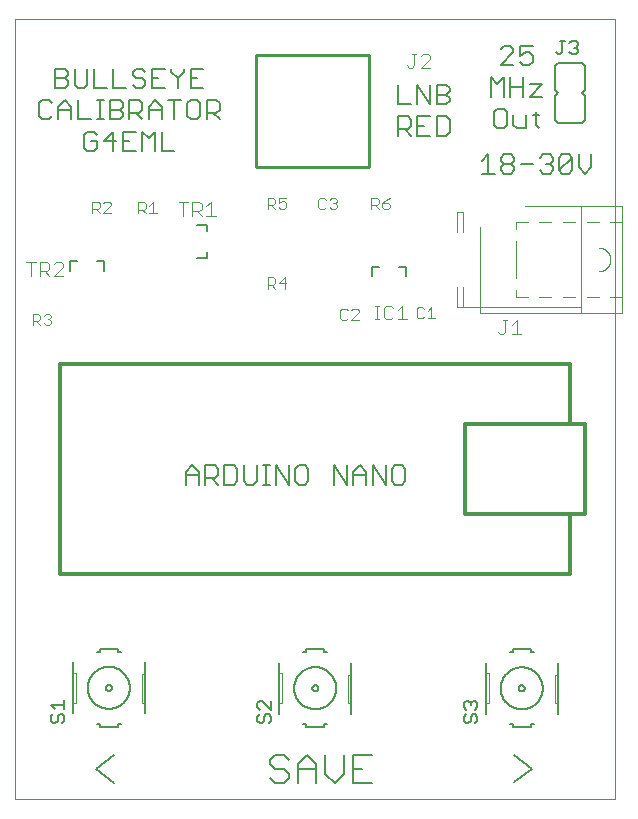
<source format=gto>
G75*
%MOIN*%
%OFA0B0*%
%FSLAX25Y25*%
%IPPOS*%
%LPD*%
%AMOC8*
5,1,8,0,0,1.08239X$1,22.5*
%
%ADD10C,0.01200*%
%ADD11C,0.01000*%
%ADD12C,0.00400*%
%ADD13C,0.00000*%
%ADD14C,0.00800*%
%ADD15C,0.00600*%
%ADD16C,0.00200*%
%ADD17C,0.00500*%
%ADD18C,0.00394*%
%ADD19C,0.00300*%
D10*
X0016085Y0076051D02*
X0016085Y0146051D01*
X0186085Y0146051D01*
X0186085Y0126051D01*
X0191085Y0126051D01*
X0191085Y0096051D01*
X0186085Y0096051D01*
X0186085Y0076051D01*
X0016085Y0076051D01*
X0151085Y0096051D02*
X0151085Y0126051D01*
X0186085Y0126051D01*
X0186085Y0096051D02*
X0151085Y0096051D01*
D11*
X0118795Y0211709D02*
X0081394Y0211709D01*
X0081394Y0249110D01*
X0118795Y0249110D01*
X0118795Y0211709D01*
D12*
X0132414Y0244903D02*
X0133181Y0244903D01*
X0133949Y0245671D01*
X0133949Y0249507D01*
X0134716Y0249507D02*
X0133181Y0249507D01*
X0136250Y0248740D02*
X0137018Y0249507D01*
X0138552Y0249507D01*
X0139320Y0248740D01*
X0139320Y0247973D01*
X0136250Y0244903D01*
X0139320Y0244903D01*
X0132414Y0244903D02*
X0131647Y0245671D01*
X0130004Y0165631D02*
X0130004Y0161027D01*
X0131538Y0161027D02*
X0128469Y0161027D01*
X0126934Y0161794D02*
X0126167Y0161027D01*
X0124632Y0161027D01*
X0123865Y0161794D01*
X0123865Y0164864D01*
X0124632Y0165631D01*
X0126167Y0165631D01*
X0126934Y0164864D01*
X0128469Y0164096D02*
X0130004Y0165631D01*
X0122330Y0165631D02*
X0120796Y0165631D01*
X0121563Y0165631D02*
X0121563Y0161027D01*
X0120796Y0161027D02*
X0122330Y0161027D01*
X0161992Y0156967D02*
X0162759Y0156200D01*
X0163527Y0156200D01*
X0164294Y0156967D01*
X0164294Y0160804D01*
X0163527Y0160804D02*
X0165061Y0160804D01*
X0166596Y0159269D02*
X0168131Y0160804D01*
X0168131Y0156200D01*
X0169665Y0156200D02*
X0166596Y0156200D01*
X0067770Y0195608D02*
X0064700Y0195608D01*
X0063166Y0195608D02*
X0061631Y0197142D01*
X0062398Y0197142D02*
X0060096Y0197142D01*
X0060096Y0195608D02*
X0060096Y0200212D01*
X0062398Y0200212D01*
X0063166Y0199444D01*
X0063166Y0197910D01*
X0062398Y0197142D01*
X0064700Y0198677D02*
X0066235Y0200212D01*
X0066235Y0195608D01*
X0058562Y0200212D02*
X0055492Y0200212D01*
X0057027Y0200212D02*
X0057027Y0195608D01*
X0016978Y0179384D02*
X0016211Y0180152D01*
X0014676Y0180152D01*
X0013909Y0179384D01*
X0012374Y0179384D02*
X0012374Y0177850D01*
X0011607Y0177082D01*
X0009305Y0177082D01*
X0009305Y0175548D02*
X0009305Y0180152D01*
X0011607Y0180152D01*
X0012374Y0179384D01*
X0010840Y0177082D02*
X0012374Y0175548D01*
X0013909Y0175548D02*
X0016978Y0178617D01*
X0016978Y0179384D01*
X0016978Y0175548D02*
X0013909Y0175548D01*
X0007770Y0180152D02*
X0004701Y0180152D01*
X0006236Y0180152D02*
X0006236Y0175548D01*
D13*
X0001000Y0001000D02*
X0201000Y0001000D01*
X0201000Y0261000D01*
X0001000Y0261000D01*
X0001000Y0001000D01*
D14*
X0027768Y0011130D02*
X0033906Y0006526D01*
X0027768Y0011130D02*
X0033906Y0015734D01*
X0086018Y0014233D02*
X0086018Y0012698D01*
X0087552Y0011163D01*
X0090622Y0011163D01*
X0092156Y0009629D01*
X0092156Y0008094D01*
X0090622Y0006559D01*
X0087552Y0006559D01*
X0086018Y0008094D01*
X0086018Y0014233D02*
X0087552Y0015767D01*
X0090622Y0015767D01*
X0092156Y0014233D01*
X0095225Y0012698D02*
X0098295Y0015767D01*
X0101364Y0012698D01*
X0101364Y0006559D01*
X0104433Y0009629D02*
X0107503Y0006559D01*
X0110572Y0009629D01*
X0110572Y0015767D01*
X0113641Y0015767D02*
X0113641Y0006559D01*
X0119780Y0006559D01*
X0116710Y0011163D02*
X0113641Y0011163D01*
X0113641Y0015767D02*
X0119780Y0015767D01*
X0104433Y0015767D02*
X0104433Y0009629D01*
X0101364Y0011163D02*
X0095225Y0011163D01*
X0095225Y0012698D02*
X0095225Y0006559D01*
X0167266Y0006707D02*
X0173404Y0011311D01*
X0167266Y0015915D01*
D15*
X0166840Y0025100D02*
X0172840Y0025100D01*
X0172840Y0026100D01*
X0173840Y0026100D01*
X0166840Y0026100D02*
X0165840Y0026100D01*
X0166840Y0026100D02*
X0166840Y0025100D01*
X0157840Y0029600D02*
X0157840Y0033100D01*
X0157840Y0043100D01*
X0157840Y0046600D01*
X0165840Y0050100D02*
X0166840Y0050100D01*
X0166840Y0051100D01*
X0172840Y0051100D01*
X0172840Y0050100D01*
X0173840Y0050100D01*
X0181840Y0046600D02*
X0181840Y0042600D01*
X0181840Y0033100D01*
X0181840Y0029600D01*
X0168840Y0038100D02*
X0168842Y0038163D01*
X0168848Y0038225D01*
X0168858Y0038287D01*
X0168871Y0038349D01*
X0168889Y0038409D01*
X0168910Y0038468D01*
X0168935Y0038526D01*
X0168964Y0038582D01*
X0168996Y0038636D01*
X0169031Y0038688D01*
X0169069Y0038737D01*
X0169111Y0038785D01*
X0169155Y0038829D01*
X0169203Y0038871D01*
X0169252Y0038909D01*
X0169304Y0038944D01*
X0169358Y0038976D01*
X0169414Y0039005D01*
X0169472Y0039030D01*
X0169531Y0039051D01*
X0169591Y0039069D01*
X0169653Y0039082D01*
X0169715Y0039092D01*
X0169777Y0039098D01*
X0169840Y0039100D01*
X0169903Y0039098D01*
X0169965Y0039092D01*
X0170027Y0039082D01*
X0170089Y0039069D01*
X0170149Y0039051D01*
X0170208Y0039030D01*
X0170266Y0039005D01*
X0170322Y0038976D01*
X0170376Y0038944D01*
X0170428Y0038909D01*
X0170477Y0038871D01*
X0170525Y0038829D01*
X0170569Y0038785D01*
X0170611Y0038737D01*
X0170649Y0038688D01*
X0170684Y0038636D01*
X0170716Y0038582D01*
X0170745Y0038526D01*
X0170770Y0038468D01*
X0170791Y0038409D01*
X0170809Y0038349D01*
X0170822Y0038287D01*
X0170832Y0038225D01*
X0170838Y0038163D01*
X0170840Y0038100D01*
X0170838Y0038037D01*
X0170832Y0037975D01*
X0170822Y0037913D01*
X0170809Y0037851D01*
X0170791Y0037791D01*
X0170770Y0037732D01*
X0170745Y0037674D01*
X0170716Y0037618D01*
X0170684Y0037564D01*
X0170649Y0037512D01*
X0170611Y0037463D01*
X0170569Y0037415D01*
X0170525Y0037371D01*
X0170477Y0037329D01*
X0170428Y0037291D01*
X0170376Y0037256D01*
X0170322Y0037224D01*
X0170266Y0037195D01*
X0170208Y0037170D01*
X0170149Y0037149D01*
X0170089Y0037131D01*
X0170027Y0037118D01*
X0169965Y0037108D01*
X0169903Y0037102D01*
X0169840Y0037100D01*
X0169777Y0037102D01*
X0169715Y0037108D01*
X0169653Y0037118D01*
X0169591Y0037131D01*
X0169531Y0037149D01*
X0169472Y0037170D01*
X0169414Y0037195D01*
X0169358Y0037224D01*
X0169304Y0037256D01*
X0169252Y0037291D01*
X0169203Y0037329D01*
X0169155Y0037371D01*
X0169111Y0037415D01*
X0169069Y0037463D01*
X0169031Y0037512D01*
X0168996Y0037564D01*
X0168964Y0037618D01*
X0168935Y0037674D01*
X0168910Y0037732D01*
X0168889Y0037791D01*
X0168871Y0037851D01*
X0168858Y0037913D01*
X0168848Y0037975D01*
X0168842Y0038037D01*
X0168840Y0038100D01*
X0162840Y0038100D02*
X0162842Y0038272D01*
X0162848Y0038443D01*
X0162859Y0038615D01*
X0162874Y0038786D01*
X0162893Y0038957D01*
X0162916Y0039127D01*
X0162943Y0039297D01*
X0162975Y0039466D01*
X0163010Y0039634D01*
X0163050Y0039801D01*
X0163094Y0039967D01*
X0163141Y0040132D01*
X0163193Y0040296D01*
X0163249Y0040458D01*
X0163309Y0040619D01*
X0163373Y0040779D01*
X0163441Y0040937D01*
X0163512Y0041093D01*
X0163587Y0041247D01*
X0163667Y0041400D01*
X0163749Y0041550D01*
X0163836Y0041699D01*
X0163926Y0041845D01*
X0164020Y0041989D01*
X0164117Y0042131D01*
X0164218Y0042270D01*
X0164322Y0042407D01*
X0164429Y0042541D01*
X0164540Y0042672D01*
X0164653Y0042801D01*
X0164770Y0042927D01*
X0164890Y0043050D01*
X0165013Y0043170D01*
X0165139Y0043287D01*
X0165268Y0043400D01*
X0165399Y0043511D01*
X0165533Y0043618D01*
X0165670Y0043722D01*
X0165809Y0043823D01*
X0165951Y0043920D01*
X0166095Y0044014D01*
X0166241Y0044104D01*
X0166390Y0044191D01*
X0166540Y0044273D01*
X0166693Y0044353D01*
X0166847Y0044428D01*
X0167003Y0044499D01*
X0167161Y0044567D01*
X0167321Y0044631D01*
X0167482Y0044691D01*
X0167644Y0044747D01*
X0167808Y0044799D01*
X0167973Y0044846D01*
X0168139Y0044890D01*
X0168306Y0044930D01*
X0168474Y0044965D01*
X0168643Y0044997D01*
X0168813Y0045024D01*
X0168983Y0045047D01*
X0169154Y0045066D01*
X0169325Y0045081D01*
X0169497Y0045092D01*
X0169668Y0045098D01*
X0169840Y0045100D01*
X0170012Y0045098D01*
X0170183Y0045092D01*
X0170355Y0045081D01*
X0170526Y0045066D01*
X0170697Y0045047D01*
X0170867Y0045024D01*
X0171037Y0044997D01*
X0171206Y0044965D01*
X0171374Y0044930D01*
X0171541Y0044890D01*
X0171707Y0044846D01*
X0171872Y0044799D01*
X0172036Y0044747D01*
X0172198Y0044691D01*
X0172359Y0044631D01*
X0172519Y0044567D01*
X0172677Y0044499D01*
X0172833Y0044428D01*
X0172987Y0044353D01*
X0173140Y0044273D01*
X0173290Y0044191D01*
X0173439Y0044104D01*
X0173585Y0044014D01*
X0173729Y0043920D01*
X0173871Y0043823D01*
X0174010Y0043722D01*
X0174147Y0043618D01*
X0174281Y0043511D01*
X0174412Y0043400D01*
X0174541Y0043287D01*
X0174667Y0043170D01*
X0174790Y0043050D01*
X0174910Y0042927D01*
X0175027Y0042801D01*
X0175140Y0042672D01*
X0175251Y0042541D01*
X0175358Y0042407D01*
X0175462Y0042270D01*
X0175563Y0042131D01*
X0175660Y0041989D01*
X0175754Y0041845D01*
X0175844Y0041699D01*
X0175931Y0041550D01*
X0176013Y0041400D01*
X0176093Y0041247D01*
X0176168Y0041093D01*
X0176239Y0040937D01*
X0176307Y0040779D01*
X0176371Y0040619D01*
X0176431Y0040458D01*
X0176487Y0040296D01*
X0176539Y0040132D01*
X0176586Y0039967D01*
X0176630Y0039801D01*
X0176670Y0039634D01*
X0176705Y0039466D01*
X0176737Y0039297D01*
X0176764Y0039127D01*
X0176787Y0038957D01*
X0176806Y0038786D01*
X0176821Y0038615D01*
X0176832Y0038443D01*
X0176838Y0038272D01*
X0176840Y0038100D01*
X0176838Y0037928D01*
X0176832Y0037757D01*
X0176821Y0037585D01*
X0176806Y0037414D01*
X0176787Y0037243D01*
X0176764Y0037073D01*
X0176737Y0036903D01*
X0176705Y0036734D01*
X0176670Y0036566D01*
X0176630Y0036399D01*
X0176586Y0036233D01*
X0176539Y0036068D01*
X0176487Y0035904D01*
X0176431Y0035742D01*
X0176371Y0035581D01*
X0176307Y0035421D01*
X0176239Y0035263D01*
X0176168Y0035107D01*
X0176093Y0034953D01*
X0176013Y0034800D01*
X0175931Y0034650D01*
X0175844Y0034501D01*
X0175754Y0034355D01*
X0175660Y0034211D01*
X0175563Y0034069D01*
X0175462Y0033930D01*
X0175358Y0033793D01*
X0175251Y0033659D01*
X0175140Y0033528D01*
X0175027Y0033399D01*
X0174910Y0033273D01*
X0174790Y0033150D01*
X0174667Y0033030D01*
X0174541Y0032913D01*
X0174412Y0032800D01*
X0174281Y0032689D01*
X0174147Y0032582D01*
X0174010Y0032478D01*
X0173871Y0032377D01*
X0173729Y0032280D01*
X0173585Y0032186D01*
X0173439Y0032096D01*
X0173290Y0032009D01*
X0173140Y0031927D01*
X0172987Y0031847D01*
X0172833Y0031772D01*
X0172677Y0031701D01*
X0172519Y0031633D01*
X0172359Y0031569D01*
X0172198Y0031509D01*
X0172036Y0031453D01*
X0171872Y0031401D01*
X0171707Y0031354D01*
X0171541Y0031310D01*
X0171374Y0031270D01*
X0171206Y0031235D01*
X0171037Y0031203D01*
X0170867Y0031176D01*
X0170697Y0031153D01*
X0170526Y0031134D01*
X0170355Y0031119D01*
X0170183Y0031108D01*
X0170012Y0031102D01*
X0169840Y0031100D01*
X0169668Y0031102D01*
X0169497Y0031108D01*
X0169325Y0031119D01*
X0169154Y0031134D01*
X0168983Y0031153D01*
X0168813Y0031176D01*
X0168643Y0031203D01*
X0168474Y0031235D01*
X0168306Y0031270D01*
X0168139Y0031310D01*
X0167973Y0031354D01*
X0167808Y0031401D01*
X0167644Y0031453D01*
X0167482Y0031509D01*
X0167321Y0031569D01*
X0167161Y0031633D01*
X0167003Y0031701D01*
X0166847Y0031772D01*
X0166693Y0031847D01*
X0166540Y0031927D01*
X0166390Y0032009D01*
X0166241Y0032096D01*
X0166095Y0032186D01*
X0165951Y0032280D01*
X0165809Y0032377D01*
X0165670Y0032478D01*
X0165533Y0032582D01*
X0165399Y0032689D01*
X0165268Y0032800D01*
X0165139Y0032913D01*
X0165013Y0033030D01*
X0164890Y0033150D01*
X0164770Y0033273D01*
X0164653Y0033399D01*
X0164540Y0033528D01*
X0164429Y0033659D01*
X0164322Y0033793D01*
X0164218Y0033930D01*
X0164117Y0034069D01*
X0164020Y0034211D01*
X0163926Y0034355D01*
X0163836Y0034501D01*
X0163749Y0034650D01*
X0163667Y0034800D01*
X0163587Y0034953D01*
X0163512Y0035107D01*
X0163441Y0035263D01*
X0163373Y0035421D01*
X0163309Y0035581D01*
X0163249Y0035742D01*
X0163193Y0035904D01*
X0163141Y0036068D01*
X0163094Y0036233D01*
X0163050Y0036399D01*
X0163010Y0036566D01*
X0162975Y0036734D01*
X0162943Y0036903D01*
X0162916Y0037073D01*
X0162893Y0037243D01*
X0162874Y0037414D01*
X0162859Y0037585D01*
X0162848Y0037757D01*
X0162842Y0037928D01*
X0162840Y0038100D01*
X0112989Y0042640D02*
X0112989Y0033140D01*
X0112989Y0029640D01*
X0104989Y0026140D02*
X0103989Y0026140D01*
X0103989Y0025140D01*
X0097989Y0025140D01*
X0097989Y0026140D01*
X0096989Y0026140D01*
X0088989Y0029640D02*
X0088989Y0033140D01*
X0088989Y0043140D01*
X0088989Y0046640D01*
X0096989Y0050140D02*
X0097989Y0050140D01*
X0097989Y0051140D01*
X0103989Y0051140D01*
X0103989Y0050140D01*
X0104989Y0050140D01*
X0112989Y0046640D02*
X0112989Y0042640D01*
X0099989Y0038140D02*
X0099991Y0038203D01*
X0099997Y0038265D01*
X0100007Y0038327D01*
X0100020Y0038389D01*
X0100038Y0038449D01*
X0100059Y0038508D01*
X0100084Y0038566D01*
X0100113Y0038622D01*
X0100145Y0038676D01*
X0100180Y0038728D01*
X0100218Y0038777D01*
X0100260Y0038825D01*
X0100304Y0038869D01*
X0100352Y0038911D01*
X0100401Y0038949D01*
X0100453Y0038984D01*
X0100507Y0039016D01*
X0100563Y0039045D01*
X0100621Y0039070D01*
X0100680Y0039091D01*
X0100740Y0039109D01*
X0100802Y0039122D01*
X0100864Y0039132D01*
X0100926Y0039138D01*
X0100989Y0039140D01*
X0101052Y0039138D01*
X0101114Y0039132D01*
X0101176Y0039122D01*
X0101238Y0039109D01*
X0101298Y0039091D01*
X0101357Y0039070D01*
X0101415Y0039045D01*
X0101471Y0039016D01*
X0101525Y0038984D01*
X0101577Y0038949D01*
X0101626Y0038911D01*
X0101674Y0038869D01*
X0101718Y0038825D01*
X0101760Y0038777D01*
X0101798Y0038728D01*
X0101833Y0038676D01*
X0101865Y0038622D01*
X0101894Y0038566D01*
X0101919Y0038508D01*
X0101940Y0038449D01*
X0101958Y0038389D01*
X0101971Y0038327D01*
X0101981Y0038265D01*
X0101987Y0038203D01*
X0101989Y0038140D01*
X0101987Y0038077D01*
X0101981Y0038015D01*
X0101971Y0037953D01*
X0101958Y0037891D01*
X0101940Y0037831D01*
X0101919Y0037772D01*
X0101894Y0037714D01*
X0101865Y0037658D01*
X0101833Y0037604D01*
X0101798Y0037552D01*
X0101760Y0037503D01*
X0101718Y0037455D01*
X0101674Y0037411D01*
X0101626Y0037369D01*
X0101577Y0037331D01*
X0101525Y0037296D01*
X0101471Y0037264D01*
X0101415Y0037235D01*
X0101357Y0037210D01*
X0101298Y0037189D01*
X0101238Y0037171D01*
X0101176Y0037158D01*
X0101114Y0037148D01*
X0101052Y0037142D01*
X0100989Y0037140D01*
X0100926Y0037142D01*
X0100864Y0037148D01*
X0100802Y0037158D01*
X0100740Y0037171D01*
X0100680Y0037189D01*
X0100621Y0037210D01*
X0100563Y0037235D01*
X0100507Y0037264D01*
X0100453Y0037296D01*
X0100401Y0037331D01*
X0100352Y0037369D01*
X0100304Y0037411D01*
X0100260Y0037455D01*
X0100218Y0037503D01*
X0100180Y0037552D01*
X0100145Y0037604D01*
X0100113Y0037658D01*
X0100084Y0037714D01*
X0100059Y0037772D01*
X0100038Y0037831D01*
X0100020Y0037891D01*
X0100007Y0037953D01*
X0099997Y0038015D01*
X0099991Y0038077D01*
X0099989Y0038140D01*
X0093989Y0038140D02*
X0093991Y0038312D01*
X0093997Y0038483D01*
X0094008Y0038655D01*
X0094023Y0038826D01*
X0094042Y0038997D01*
X0094065Y0039167D01*
X0094092Y0039337D01*
X0094124Y0039506D01*
X0094159Y0039674D01*
X0094199Y0039841D01*
X0094243Y0040007D01*
X0094290Y0040172D01*
X0094342Y0040336D01*
X0094398Y0040498D01*
X0094458Y0040659D01*
X0094522Y0040819D01*
X0094590Y0040977D01*
X0094661Y0041133D01*
X0094736Y0041287D01*
X0094816Y0041440D01*
X0094898Y0041590D01*
X0094985Y0041739D01*
X0095075Y0041885D01*
X0095169Y0042029D01*
X0095266Y0042171D01*
X0095367Y0042310D01*
X0095471Y0042447D01*
X0095578Y0042581D01*
X0095689Y0042712D01*
X0095802Y0042841D01*
X0095919Y0042967D01*
X0096039Y0043090D01*
X0096162Y0043210D01*
X0096288Y0043327D01*
X0096417Y0043440D01*
X0096548Y0043551D01*
X0096682Y0043658D01*
X0096819Y0043762D01*
X0096958Y0043863D01*
X0097100Y0043960D01*
X0097244Y0044054D01*
X0097390Y0044144D01*
X0097539Y0044231D01*
X0097689Y0044313D01*
X0097842Y0044393D01*
X0097996Y0044468D01*
X0098152Y0044539D01*
X0098310Y0044607D01*
X0098470Y0044671D01*
X0098631Y0044731D01*
X0098793Y0044787D01*
X0098957Y0044839D01*
X0099122Y0044886D01*
X0099288Y0044930D01*
X0099455Y0044970D01*
X0099623Y0045005D01*
X0099792Y0045037D01*
X0099962Y0045064D01*
X0100132Y0045087D01*
X0100303Y0045106D01*
X0100474Y0045121D01*
X0100646Y0045132D01*
X0100817Y0045138D01*
X0100989Y0045140D01*
X0101161Y0045138D01*
X0101332Y0045132D01*
X0101504Y0045121D01*
X0101675Y0045106D01*
X0101846Y0045087D01*
X0102016Y0045064D01*
X0102186Y0045037D01*
X0102355Y0045005D01*
X0102523Y0044970D01*
X0102690Y0044930D01*
X0102856Y0044886D01*
X0103021Y0044839D01*
X0103185Y0044787D01*
X0103347Y0044731D01*
X0103508Y0044671D01*
X0103668Y0044607D01*
X0103826Y0044539D01*
X0103982Y0044468D01*
X0104136Y0044393D01*
X0104289Y0044313D01*
X0104439Y0044231D01*
X0104588Y0044144D01*
X0104734Y0044054D01*
X0104878Y0043960D01*
X0105020Y0043863D01*
X0105159Y0043762D01*
X0105296Y0043658D01*
X0105430Y0043551D01*
X0105561Y0043440D01*
X0105690Y0043327D01*
X0105816Y0043210D01*
X0105939Y0043090D01*
X0106059Y0042967D01*
X0106176Y0042841D01*
X0106289Y0042712D01*
X0106400Y0042581D01*
X0106507Y0042447D01*
X0106611Y0042310D01*
X0106712Y0042171D01*
X0106809Y0042029D01*
X0106903Y0041885D01*
X0106993Y0041739D01*
X0107080Y0041590D01*
X0107162Y0041440D01*
X0107242Y0041287D01*
X0107317Y0041133D01*
X0107388Y0040977D01*
X0107456Y0040819D01*
X0107520Y0040659D01*
X0107580Y0040498D01*
X0107636Y0040336D01*
X0107688Y0040172D01*
X0107735Y0040007D01*
X0107779Y0039841D01*
X0107819Y0039674D01*
X0107854Y0039506D01*
X0107886Y0039337D01*
X0107913Y0039167D01*
X0107936Y0038997D01*
X0107955Y0038826D01*
X0107970Y0038655D01*
X0107981Y0038483D01*
X0107987Y0038312D01*
X0107989Y0038140D01*
X0107987Y0037968D01*
X0107981Y0037797D01*
X0107970Y0037625D01*
X0107955Y0037454D01*
X0107936Y0037283D01*
X0107913Y0037113D01*
X0107886Y0036943D01*
X0107854Y0036774D01*
X0107819Y0036606D01*
X0107779Y0036439D01*
X0107735Y0036273D01*
X0107688Y0036108D01*
X0107636Y0035944D01*
X0107580Y0035782D01*
X0107520Y0035621D01*
X0107456Y0035461D01*
X0107388Y0035303D01*
X0107317Y0035147D01*
X0107242Y0034993D01*
X0107162Y0034840D01*
X0107080Y0034690D01*
X0106993Y0034541D01*
X0106903Y0034395D01*
X0106809Y0034251D01*
X0106712Y0034109D01*
X0106611Y0033970D01*
X0106507Y0033833D01*
X0106400Y0033699D01*
X0106289Y0033568D01*
X0106176Y0033439D01*
X0106059Y0033313D01*
X0105939Y0033190D01*
X0105816Y0033070D01*
X0105690Y0032953D01*
X0105561Y0032840D01*
X0105430Y0032729D01*
X0105296Y0032622D01*
X0105159Y0032518D01*
X0105020Y0032417D01*
X0104878Y0032320D01*
X0104734Y0032226D01*
X0104588Y0032136D01*
X0104439Y0032049D01*
X0104289Y0031967D01*
X0104136Y0031887D01*
X0103982Y0031812D01*
X0103826Y0031741D01*
X0103668Y0031673D01*
X0103508Y0031609D01*
X0103347Y0031549D01*
X0103185Y0031493D01*
X0103021Y0031441D01*
X0102856Y0031394D01*
X0102690Y0031350D01*
X0102523Y0031310D01*
X0102355Y0031275D01*
X0102186Y0031243D01*
X0102016Y0031216D01*
X0101846Y0031193D01*
X0101675Y0031174D01*
X0101504Y0031159D01*
X0101332Y0031148D01*
X0101161Y0031142D01*
X0100989Y0031140D01*
X0100817Y0031142D01*
X0100646Y0031148D01*
X0100474Y0031159D01*
X0100303Y0031174D01*
X0100132Y0031193D01*
X0099962Y0031216D01*
X0099792Y0031243D01*
X0099623Y0031275D01*
X0099455Y0031310D01*
X0099288Y0031350D01*
X0099122Y0031394D01*
X0098957Y0031441D01*
X0098793Y0031493D01*
X0098631Y0031549D01*
X0098470Y0031609D01*
X0098310Y0031673D01*
X0098152Y0031741D01*
X0097996Y0031812D01*
X0097842Y0031887D01*
X0097689Y0031967D01*
X0097539Y0032049D01*
X0097390Y0032136D01*
X0097244Y0032226D01*
X0097100Y0032320D01*
X0096958Y0032417D01*
X0096819Y0032518D01*
X0096682Y0032622D01*
X0096548Y0032729D01*
X0096417Y0032840D01*
X0096288Y0032953D01*
X0096162Y0033070D01*
X0096039Y0033190D01*
X0095919Y0033313D01*
X0095802Y0033439D01*
X0095689Y0033568D01*
X0095578Y0033699D01*
X0095471Y0033833D01*
X0095367Y0033970D01*
X0095266Y0034109D01*
X0095169Y0034251D01*
X0095075Y0034395D01*
X0094985Y0034541D01*
X0094898Y0034690D01*
X0094816Y0034840D01*
X0094736Y0034993D01*
X0094661Y0035147D01*
X0094590Y0035303D01*
X0094522Y0035461D01*
X0094458Y0035621D01*
X0094398Y0035782D01*
X0094342Y0035944D01*
X0094290Y0036108D01*
X0094243Y0036273D01*
X0094199Y0036439D01*
X0094159Y0036606D01*
X0094124Y0036774D01*
X0094092Y0036943D01*
X0094065Y0037113D01*
X0094042Y0037283D01*
X0094023Y0037454D01*
X0094008Y0037625D01*
X0093997Y0037797D01*
X0093991Y0037968D01*
X0093989Y0038140D01*
X0044178Y0042752D02*
X0044178Y0033252D01*
X0044178Y0029752D01*
X0036178Y0026252D02*
X0035178Y0026252D01*
X0035178Y0025252D01*
X0029178Y0025252D01*
X0029178Y0026252D01*
X0028178Y0026252D01*
X0020178Y0029752D02*
X0020178Y0033252D01*
X0020178Y0043252D01*
X0020178Y0046752D01*
X0028178Y0050252D02*
X0029178Y0050252D01*
X0029178Y0051252D01*
X0035178Y0051252D01*
X0035178Y0050252D01*
X0036178Y0050252D01*
X0044178Y0046752D02*
X0044178Y0042752D01*
X0031178Y0038252D02*
X0031180Y0038315D01*
X0031186Y0038377D01*
X0031196Y0038439D01*
X0031209Y0038501D01*
X0031227Y0038561D01*
X0031248Y0038620D01*
X0031273Y0038678D01*
X0031302Y0038734D01*
X0031334Y0038788D01*
X0031369Y0038840D01*
X0031407Y0038889D01*
X0031449Y0038937D01*
X0031493Y0038981D01*
X0031541Y0039023D01*
X0031590Y0039061D01*
X0031642Y0039096D01*
X0031696Y0039128D01*
X0031752Y0039157D01*
X0031810Y0039182D01*
X0031869Y0039203D01*
X0031929Y0039221D01*
X0031991Y0039234D01*
X0032053Y0039244D01*
X0032115Y0039250D01*
X0032178Y0039252D01*
X0032241Y0039250D01*
X0032303Y0039244D01*
X0032365Y0039234D01*
X0032427Y0039221D01*
X0032487Y0039203D01*
X0032546Y0039182D01*
X0032604Y0039157D01*
X0032660Y0039128D01*
X0032714Y0039096D01*
X0032766Y0039061D01*
X0032815Y0039023D01*
X0032863Y0038981D01*
X0032907Y0038937D01*
X0032949Y0038889D01*
X0032987Y0038840D01*
X0033022Y0038788D01*
X0033054Y0038734D01*
X0033083Y0038678D01*
X0033108Y0038620D01*
X0033129Y0038561D01*
X0033147Y0038501D01*
X0033160Y0038439D01*
X0033170Y0038377D01*
X0033176Y0038315D01*
X0033178Y0038252D01*
X0033176Y0038189D01*
X0033170Y0038127D01*
X0033160Y0038065D01*
X0033147Y0038003D01*
X0033129Y0037943D01*
X0033108Y0037884D01*
X0033083Y0037826D01*
X0033054Y0037770D01*
X0033022Y0037716D01*
X0032987Y0037664D01*
X0032949Y0037615D01*
X0032907Y0037567D01*
X0032863Y0037523D01*
X0032815Y0037481D01*
X0032766Y0037443D01*
X0032714Y0037408D01*
X0032660Y0037376D01*
X0032604Y0037347D01*
X0032546Y0037322D01*
X0032487Y0037301D01*
X0032427Y0037283D01*
X0032365Y0037270D01*
X0032303Y0037260D01*
X0032241Y0037254D01*
X0032178Y0037252D01*
X0032115Y0037254D01*
X0032053Y0037260D01*
X0031991Y0037270D01*
X0031929Y0037283D01*
X0031869Y0037301D01*
X0031810Y0037322D01*
X0031752Y0037347D01*
X0031696Y0037376D01*
X0031642Y0037408D01*
X0031590Y0037443D01*
X0031541Y0037481D01*
X0031493Y0037523D01*
X0031449Y0037567D01*
X0031407Y0037615D01*
X0031369Y0037664D01*
X0031334Y0037716D01*
X0031302Y0037770D01*
X0031273Y0037826D01*
X0031248Y0037884D01*
X0031227Y0037943D01*
X0031209Y0038003D01*
X0031196Y0038065D01*
X0031186Y0038127D01*
X0031180Y0038189D01*
X0031178Y0038252D01*
X0025178Y0038252D02*
X0025180Y0038424D01*
X0025186Y0038595D01*
X0025197Y0038767D01*
X0025212Y0038938D01*
X0025231Y0039109D01*
X0025254Y0039279D01*
X0025281Y0039449D01*
X0025313Y0039618D01*
X0025348Y0039786D01*
X0025388Y0039953D01*
X0025432Y0040119D01*
X0025479Y0040284D01*
X0025531Y0040448D01*
X0025587Y0040610D01*
X0025647Y0040771D01*
X0025711Y0040931D01*
X0025779Y0041089D01*
X0025850Y0041245D01*
X0025925Y0041399D01*
X0026005Y0041552D01*
X0026087Y0041702D01*
X0026174Y0041851D01*
X0026264Y0041997D01*
X0026358Y0042141D01*
X0026455Y0042283D01*
X0026556Y0042422D01*
X0026660Y0042559D01*
X0026767Y0042693D01*
X0026878Y0042824D01*
X0026991Y0042953D01*
X0027108Y0043079D01*
X0027228Y0043202D01*
X0027351Y0043322D01*
X0027477Y0043439D01*
X0027606Y0043552D01*
X0027737Y0043663D01*
X0027871Y0043770D01*
X0028008Y0043874D01*
X0028147Y0043975D01*
X0028289Y0044072D01*
X0028433Y0044166D01*
X0028579Y0044256D01*
X0028728Y0044343D01*
X0028878Y0044425D01*
X0029031Y0044505D01*
X0029185Y0044580D01*
X0029341Y0044651D01*
X0029499Y0044719D01*
X0029659Y0044783D01*
X0029820Y0044843D01*
X0029982Y0044899D01*
X0030146Y0044951D01*
X0030311Y0044998D01*
X0030477Y0045042D01*
X0030644Y0045082D01*
X0030812Y0045117D01*
X0030981Y0045149D01*
X0031151Y0045176D01*
X0031321Y0045199D01*
X0031492Y0045218D01*
X0031663Y0045233D01*
X0031835Y0045244D01*
X0032006Y0045250D01*
X0032178Y0045252D01*
X0032350Y0045250D01*
X0032521Y0045244D01*
X0032693Y0045233D01*
X0032864Y0045218D01*
X0033035Y0045199D01*
X0033205Y0045176D01*
X0033375Y0045149D01*
X0033544Y0045117D01*
X0033712Y0045082D01*
X0033879Y0045042D01*
X0034045Y0044998D01*
X0034210Y0044951D01*
X0034374Y0044899D01*
X0034536Y0044843D01*
X0034697Y0044783D01*
X0034857Y0044719D01*
X0035015Y0044651D01*
X0035171Y0044580D01*
X0035325Y0044505D01*
X0035478Y0044425D01*
X0035628Y0044343D01*
X0035777Y0044256D01*
X0035923Y0044166D01*
X0036067Y0044072D01*
X0036209Y0043975D01*
X0036348Y0043874D01*
X0036485Y0043770D01*
X0036619Y0043663D01*
X0036750Y0043552D01*
X0036879Y0043439D01*
X0037005Y0043322D01*
X0037128Y0043202D01*
X0037248Y0043079D01*
X0037365Y0042953D01*
X0037478Y0042824D01*
X0037589Y0042693D01*
X0037696Y0042559D01*
X0037800Y0042422D01*
X0037901Y0042283D01*
X0037998Y0042141D01*
X0038092Y0041997D01*
X0038182Y0041851D01*
X0038269Y0041702D01*
X0038351Y0041552D01*
X0038431Y0041399D01*
X0038506Y0041245D01*
X0038577Y0041089D01*
X0038645Y0040931D01*
X0038709Y0040771D01*
X0038769Y0040610D01*
X0038825Y0040448D01*
X0038877Y0040284D01*
X0038924Y0040119D01*
X0038968Y0039953D01*
X0039008Y0039786D01*
X0039043Y0039618D01*
X0039075Y0039449D01*
X0039102Y0039279D01*
X0039125Y0039109D01*
X0039144Y0038938D01*
X0039159Y0038767D01*
X0039170Y0038595D01*
X0039176Y0038424D01*
X0039178Y0038252D01*
X0039176Y0038080D01*
X0039170Y0037909D01*
X0039159Y0037737D01*
X0039144Y0037566D01*
X0039125Y0037395D01*
X0039102Y0037225D01*
X0039075Y0037055D01*
X0039043Y0036886D01*
X0039008Y0036718D01*
X0038968Y0036551D01*
X0038924Y0036385D01*
X0038877Y0036220D01*
X0038825Y0036056D01*
X0038769Y0035894D01*
X0038709Y0035733D01*
X0038645Y0035573D01*
X0038577Y0035415D01*
X0038506Y0035259D01*
X0038431Y0035105D01*
X0038351Y0034952D01*
X0038269Y0034802D01*
X0038182Y0034653D01*
X0038092Y0034507D01*
X0037998Y0034363D01*
X0037901Y0034221D01*
X0037800Y0034082D01*
X0037696Y0033945D01*
X0037589Y0033811D01*
X0037478Y0033680D01*
X0037365Y0033551D01*
X0037248Y0033425D01*
X0037128Y0033302D01*
X0037005Y0033182D01*
X0036879Y0033065D01*
X0036750Y0032952D01*
X0036619Y0032841D01*
X0036485Y0032734D01*
X0036348Y0032630D01*
X0036209Y0032529D01*
X0036067Y0032432D01*
X0035923Y0032338D01*
X0035777Y0032248D01*
X0035628Y0032161D01*
X0035478Y0032079D01*
X0035325Y0031999D01*
X0035171Y0031924D01*
X0035015Y0031853D01*
X0034857Y0031785D01*
X0034697Y0031721D01*
X0034536Y0031661D01*
X0034374Y0031605D01*
X0034210Y0031553D01*
X0034045Y0031506D01*
X0033879Y0031462D01*
X0033712Y0031422D01*
X0033544Y0031387D01*
X0033375Y0031355D01*
X0033205Y0031328D01*
X0033035Y0031305D01*
X0032864Y0031286D01*
X0032693Y0031271D01*
X0032521Y0031260D01*
X0032350Y0031254D01*
X0032178Y0031252D01*
X0032006Y0031254D01*
X0031835Y0031260D01*
X0031663Y0031271D01*
X0031492Y0031286D01*
X0031321Y0031305D01*
X0031151Y0031328D01*
X0030981Y0031355D01*
X0030812Y0031387D01*
X0030644Y0031422D01*
X0030477Y0031462D01*
X0030311Y0031506D01*
X0030146Y0031553D01*
X0029982Y0031605D01*
X0029820Y0031661D01*
X0029659Y0031721D01*
X0029499Y0031785D01*
X0029341Y0031853D01*
X0029185Y0031924D01*
X0029031Y0031999D01*
X0028878Y0032079D01*
X0028728Y0032161D01*
X0028579Y0032248D01*
X0028433Y0032338D01*
X0028289Y0032432D01*
X0028147Y0032529D01*
X0028008Y0032630D01*
X0027871Y0032734D01*
X0027737Y0032841D01*
X0027606Y0032952D01*
X0027477Y0033065D01*
X0027351Y0033182D01*
X0027228Y0033302D01*
X0027108Y0033425D01*
X0026991Y0033551D01*
X0026878Y0033680D01*
X0026767Y0033811D01*
X0026660Y0033945D01*
X0026556Y0034082D01*
X0026455Y0034221D01*
X0026358Y0034363D01*
X0026264Y0034507D01*
X0026174Y0034653D01*
X0026087Y0034802D01*
X0026005Y0034952D01*
X0025925Y0035105D01*
X0025850Y0035259D01*
X0025779Y0035415D01*
X0025711Y0035573D01*
X0025647Y0035733D01*
X0025587Y0035894D01*
X0025531Y0036056D01*
X0025479Y0036220D01*
X0025432Y0036385D01*
X0025388Y0036551D01*
X0025348Y0036718D01*
X0025313Y0036886D01*
X0025281Y0037055D01*
X0025254Y0037225D01*
X0025231Y0037395D01*
X0025212Y0037566D01*
X0025197Y0037737D01*
X0025186Y0037909D01*
X0025180Y0038080D01*
X0025178Y0038252D01*
X0057858Y0105941D02*
X0057858Y0110211D01*
X0059994Y0112346D01*
X0062129Y0110211D01*
X0062129Y0105941D01*
X0064304Y0105941D02*
X0064304Y0112346D01*
X0067507Y0112346D01*
X0068574Y0111278D01*
X0068574Y0109143D01*
X0067507Y0108076D01*
X0064304Y0108076D01*
X0066439Y0108076D02*
X0068574Y0105941D01*
X0070749Y0105941D02*
X0073952Y0105941D01*
X0075020Y0107008D01*
X0075020Y0111278D01*
X0073952Y0112346D01*
X0070749Y0112346D01*
X0070749Y0105941D01*
X0077195Y0107008D02*
X0078262Y0105941D01*
X0080398Y0105941D01*
X0081465Y0107008D01*
X0081465Y0112346D01*
X0083640Y0112346D02*
X0085775Y0112346D01*
X0084708Y0112346D02*
X0084708Y0105941D01*
X0085775Y0105941D02*
X0083640Y0105941D01*
X0087937Y0105941D02*
X0087937Y0112346D01*
X0092208Y0105941D01*
X0092208Y0112346D01*
X0094383Y0111278D02*
X0094383Y0107008D01*
X0095450Y0105941D01*
X0097586Y0105941D01*
X0098653Y0107008D01*
X0098653Y0111278D01*
X0097586Y0112346D01*
X0095450Y0112346D01*
X0094383Y0111278D01*
X0107274Y0112346D02*
X0107274Y0105941D01*
X0111544Y0105941D02*
X0107274Y0112346D01*
X0111544Y0112346D02*
X0111544Y0105941D01*
X0113719Y0105941D02*
X0113719Y0110211D01*
X0115854Y0112346D01*
X0117990Y0110211D01*
X0117990Y0105941D01*
X0120165Y0105941D02*
X0120165Y0112346D01*
X0124435Y0105941D01*
X0124435Y0112346D01*
X0126610Y0111278D02*
X0126610Y0107008D01*
X0127678Y0105941D01*
X0129813Y0105941D01*
X0130881Y0107008D01*
X0130881Y0111278D01*
X0129813Y0112346D01*
X0127678Y0112346D01*
X0126610Y0111278D01*
X0117990Y0109143D02*
X0113719Y0109143D01*
X0077195Y0107008D02*
X0077195Y0112346D01*
X0062129Y0109143D02*
X0057858Y0109143D01*
X0030473Y0177230D02*
X0030473Y0180430D01*
X0028273Y0180430D01*
X0021473Y0180430D02*
X0019273Y0180430D01*
X0019273Y0177230D01*
X0025087Y0217206D02*
X0027222Y0217206D01*
X0028290Y0218274D01*
X0028290Y0220409D01*
X0026155Y0220409D01*
X0028290Y0222544D02*
X0027222Y0223611D01*
X0025087Y0223611D01*
X0024020Y0222544D01*
X0024020Y0218274D01*
X0025087Y0217206D01*
X0030465Y0220409D02*
X0034735Y0220409D01*
X0033668Y0223611D02*
X0030465Y0220409D01*
X0033668Y0217206D02*
X0033668Y0223611D01*
X0032614Y0227706D02*
X0035816Y0227706D01*
X0036884Y0228774D01*
X0036884Y0229841D01*
X0035816Y0230909D01*
X0032614Y0230909D01*
X0032614Y0234111D02*
X0035816Y0234111D01*
X0036884Y0233044D01*
X0036884Y0231976D01*
X0035816Y0230909D01*
X0039059Y0229841D02*
X0042262Y0229841D01*
X0043329Y0230909D01*
X0043329Y0233044D01*
X0042262Y0234111D01*
X0039059Y0234111D01*
X0039059Y0227706D01*
X0041194Y0229841D02*
X0043329Y0227706D01*
X0045505Y0227706D02*
X0045505Y0231976D01*
X0047640Y0234111D01*
X0049775Y0231976D01*
X0049775Y0227706D01*
X0049802Y0223611D02*
X0049802Y0217206D01*
X0054072Y0217206D01*
X0047626Y0217206D02*
X0047626Y0223611D01*
X0045491Y0221476D01*
X0043356Y0223611D01*
X0043356Y0217206D01*
X0041181Y0217206D02*
X0036911Y0217206D01*
X0036911Y0223611D01*
X0041181Y0223611D01*
X0039046Y0220409D02*
X0036911Y0220409D01*
X0032614Y0227706D02*
X0032614Y0234111D01*
X0030452Y0234111D02*
X0028317Y0234111D01*
X0029384Y0234111D02*
X0029384Y0227706D01*
X0028317Y0227706D02*
X0030452Y0227706D01*
X0026141Y0227706D02*
X0021871Y0227706D01*
X0021871Y0234111D01*
X0019696Y0231976D02*
X0019696Y0227706D01*
X0019696Y0230909D02*
X0015426Y0230909D01*
X0015426Y0231976D02*
X0017561Y0234111D01*
X0019696Y0231976D01*
X0015426Y0231976D02*
X0015426Y0227706D01*
X0013250Y0228774D02*
X0012183Y0227706D01*
X0010048Y0227706D01*
X0008980Y0228774D01*
X0008980Y0233044D01*
X0010048Y0234111D01*
X0012183Y0234111D01*
X0013250Y0233044D01*
X0014351Y0238206D02*
X0017554Y0238206D01*
X0018622Y0239274D01*
X0018622Y0240341D01*
X0017554Y0241409D01*
X0014351Y0241409D01*
X0014351Y0244611D02*
X0017554Y0244611D01*
X0018622Y0243544D01*
X0018622Y0242476D01*
X0017554Y0241409D01*
X0014351Y0238206D02*
X0014351Y0244611D01*
X0020797Y0244611D02*
X0020797Y0239274D01*
X0021864Y0238206D01*
X0024000Y0238206D01*
X0025067Y0239274D01*
X0025067Y0244611D01*
X0027242Y0244611D02*
X0027242Y0238206D01*
X0031513Y0238206D01*
X0033688Y0238206D02*
X0037958Y0238206D01*
X0040133Y0239274D02*
X0041201Y0238206D01*
X0043336Y0238206D01*
X0044404Y0239274D01*
X0044404Y0240341D01*
X0043336Y0241409D01*
X0041201Y0241409D01*
X0040133Y0242476D01*
X0040133Y0243544D01*
X0041201Y0244611D01*
X0043336Y0244611D01*
X0044404Y0243544D01*
X0046579Y0244611D02*
X0046579Y0238206D01*
X0050849Y0238206D01*
X0051950Y0234111D02*
X0056220Y0234111D01*
X0054085Y0234111D02*
X0054085Y0227706D01*
X0058396Y0228774D02*
X0058396Y0233044D01*
X0059463Y0234111D01*
X0061598Y0234111D01*
X0062666Y0233044D01*
X0062666Y0228774D01*
X0061598Y0227706D01*
X0059463Y0227706D01*
X0058396Y0228774D01*
X0064841Y0229841D02*
X0068044Y0229841D01*
X0069111Y0230909D01*
X0069111Y0233044D01*
X0068044Y0234111D01*
X0064841Y0234111D01*
X0064841Y0227706D01*
X0066976Y0229841D02*
X0069111Y0227706D01*
X0063740Y0238206D02*
X0059470Y0238206D01*
X0059470Y0244611D01*
X0063740Y0244611D01*
X0061605Y0241409D02*
X0059470Y0241409D01*
X0057295Y0243544D02*
X0057295Y0244611D01*
X0057295Y0243544D02*
X0055159Y0241409D01*
X0055159Y0238206D01*
X0055159Y0241409D02*
X0053024Y0243544D01*
X0053024Y0244611D01*
X0050849Y0244611D02*
X0046579Y0244611D01*
X0046579Y0241409D02*
X0048714Y0241409D01*
X0049775Y0230909D02*
X0045505Y0230909D01*
X0033688Y0238206D02*
X0033688Y0244611D01*
X0061745Y0192563D02*
X0064945Y0192563D01*
X0064945Y0190363D01*
X0064945Y0183563D02*
X0064945Y0181363D01*
X0061745Y0181363D01*
X0120037Y0178630D02*
X0120037Y0175430D01*
X0120037Y0178630D02*
X0122237Y0178630D01*
X0129037Y0178630D02*
X0131237Y0178630D01*
X0131237Y0175430D01*
X0156564Y0209636D02*
X0160835Y0209636D01*
X0158699Y0209636D02*
X0158699Y0216042D01*
X0156564Y0213907D01*
X0163010Y0213907D02*
X0163010Y0214974D01*
X0164077Y0216042D01*
X0166213Y0216042D01*
X0167280Y0214974D01*
X0167280Y0213907D01*
X0166213Y0212839D01*
X0164077Y0212839D01*
X0163010Y0213907D01*
X0164077Y0212839D02*
X0163010Y0211771D01*
X0163010Y0210704D01*
X0164077Y0209636D01*
X0166213Y0209636D01*
X0167280Y0210704D01*
X0167280Y0211771D01*
X0166213Y0212839D01*
X0169455Y0212839D02*
X0173726Y0212839D01*
X0175901Y0214974D02*
X0176968Y0216042D01*
X0179104Y0216042D01*
X0180171Y0214974D01*
X0180171Y0213907D01*
X0179104Y0212839D01*
X0180171Y0211771D01*
X0180171Y0210704D01*
X0179104Y0209636D01*
X0176968Y0209636D01*
X0175901Y0210704D01*
X0178036Y0212839D02*
X0179104Y0212839D01*
X0182346Y0210704D02*
X0182346Y0214974D01*
X0183414Y0216042D01*
X0185549Y0216042D01*
X0186617Y0214974D01*
X0182346Y0210704D01*
X0183414Y0209636D01*
X0185549Y0209636D01*
X0186617Y0210704D01*
X0186617Y0214974D01*
X0188792Y0216042D02*
X0188792Y0211771D01*
X0190927Y0209636D01*
X0193062Y0211771D01*
X0193062Y0216042D01*
X0189782Y0226633D02*
X0181782Y0226633D01*
X0180782Y0227633D01*
X0180782Y0235633D01*
X0181782Y0236633D01*
X0180782Y0237633D01*
X0180782Y0245633D01*
X0181782Y0246633D01*
X0189782Y0246633D01*
X0190782Y0245633D01*
X0190782Y0237633D01*
X0189782Y0236633D01*
X0190782Y0235633D01*
X0190782Y0227633D01*
X0189782Y0226633D01*
X0176708Y0235289D02*
X0172438Y0235289D01*
X0176708Y0239559D01*
X0172438Y0239559D01*
X0170262Y0238492D02*
X0165992Y0238492D01*
X0165992Y0241694D02*
X0165992Y0235289D01*
X0163817Y0235289D02*
X0163817Y0241694D01*
X0161682Y0239559D01*
X0159547Y0241694D01*
X0159547Y0235289D01*
X0161688Y0231194D02*
X0160621Y0230127D01*
X0160621Y0225856D01*
X0161688Y0224789D01*
X0163823Y0224789D01*
X0164891Y0225856D01*
X0164891Y0230127D01*
X0163823Y0231194D01*
X0161688Y0231194D01*
X0167066Y0229059D02*
X0167066Y0225856D01*
X0168134Y0224789D01*
X0171337Y0224789D01*
X0171337Y0229059D01*
X0173512Y0229059D02*
X0175647Y0229059D01*
X0174579Y0230127D02*
X0174579Y0225856D01*
X0175647Y0224789D01*
X0170262Y0235289D02*
X0170262Y0241694D01*
X0170282Y0245789D02*
X0169215Y0246856D01*
X0170282Y0245789D02*
X0172417Y0245789D01*
X0173485Y0246856D01*
X0173485Y0248992D01*
X0172417Y0250059D01*
X0171350Y0250059D01*
X0169215Y0248992D01*
X0169215Y0252194D01*
X0173485Y0252194D01*
X0167040Y0251127D02*
X0165972Y0252194D01*
X0163837Y0252194D01*
X0162769Y0251127D01*
X0167040Y0251127D02*
X0167040Y0250059D01*
X0162769Y0245789D01*
X0167040Y0245789D01*
X0145795Y0238124D02*
X0145795Y0237057D01*
X0144727Y0235989D01*
X0141524Y0235989D01*
X0141524Y0239192D02*
X0144727Y0239192D01*
X0145795Y0238124D01*
X0144727Y0235989D02*
X0145795Y0234921D01*
X0145795Y0233854D01*
X0144727Y0232786D01*
X0141524Y0232786D01*
X0141524Y0239192D01*
X0139349Y0239192D02*
X0139349Y0232786D01*
X0135079Y0239192D01*
X0135079Y0232786D01*
X0135079Y0228692D02*
X0135079Y0222286D01*
X0139349Y0222286D01*
X0141524Y0222286D02*
X0144727Y0222286D01*
X0145795Y0223354D01*
X0145795Y0227624D01*
X0144727Y0228692D01*
X0141524Y0228692D01*
X0141524Y0222286D01*
X0137214Y0225489D02*
X0135079Y0225489D01*
X0135079Y0228692D02*
X0139349Y0228692D01*
X0132904Y0227624D02*
X0132904Y0225489D01*
X0131836Y0224421D01*
X0128633Y0224421D01*
X0128633Y0222286D02*
X0128633Y0228692D01*
X0131836Y0228692D01*
X0132904Y0227624D01*
X0130769Y0224421D02*
X0132904Y0222286D01*
X0132904Y0232786D02*
X0128633Y0232786D01*
X0128633Y0239192D01*
D16*
X0112989Y0042640D02*
X0111989Y0042640D01*
X0111989Y0033140D01*
X0112989Y0033140D01*
X0089989Y0033140D02*
X0089989Y0043140D01*
X0088989Y0043140D01*
X0088989Y0033140D02*
X0089989Y0033140D01*
X0044178Y0033252D02*
X0043178Y0033252D01*
X0043178Y0042752D01*
X0044178Y0042752D01*
X0021178Y0043252D02*
X0021178Y0033252D01*
X0020178Y0033252D01*
X0020178Y0043252D02*
X0021178Y0043252D01*
X0157840Y0043100D02*
X0158840Y0043100D01*
X0158840Y0033100D01*
X0157840Y0033100D01*
X0180840Y0033100D02*
X0181840Y0033100D01*
X0180840Y0033100D02*
X0180840Y0042600D01*
X0181840Y0042600D01*
D17*
X0155090Y0033206D02*
X0155090Y0031704D01*
X0154339Y0030954D01*
X0154339Y0029352D02*
X0155090Y0028602D01*
X0155090Y0027101D01*
X0154339Y0026350D01*
X0152838Y0027101D02*
X0152838Y0028602D01*
X0153588Y0029352D01*
X0154339Y0029352D01*
X0152838Y0027101D02*
X0152087Y0026350D01*
X0151336Y0026350D01*
X0150586Y0027101D01*
X0150586Y0028602D01*
X0151336Y0029352D01*
X0151336Y0030954D02*
X0150586Y0031704D01*
X0150586Y0033206D01*
X0151336Y0033956D01*
X0152087Y0033956D01*
X0152838Y0033206D01*
X0153588Y0033956D01*
X0154339Y0033956D01*
X0155090Y0033206D01*
X0152838Y0033206D02*
X0152838Y0032455D01*
X0086239Y0030994D02*
X0083236Y0033997D01*
X0082486Y0033997D01*
X0081735Y0033246D01*
X0081735Y0031745D01*
X0082486Y0030994D01*
X0082486Y0029393D02*
X0081735Y0028642D01*
X0081735Y0027141D01*
X0082486Y0026390D01*
X0083236Y0026390D01*
X0083987Y0027141D01*
X0083987Y0028642D01*
X0084738Y0029393D01*
X0085488Y0029393D01*
X0086239Y0028642D01*
X0086239Y0027141D01*
X0085488Y0026390D01*
X0086239Y0030994D02*
X0086239Y0033997D01*
X0017428Y0034108D02*
X0017428Y0031106D01*
X0017428Y0032607D02*
X0012924Y0032607D01*
X0014425Y0031106D01*
X0013675Y0029504D02*
X0012924Y0028754D01*
X0012924Y0027252D01*
X0013675Y0026502D01*
X0014425Y0026502D01*
X0015176Y0027252D01*
X0015176Y0028754D01*
X0015926Y0029504D01*
X0016677Y0029504D01*
X0017428Y0028754D01*
X0017428Y0027252D01*
X0016677Y0026502D01*
X0181881Y0249383D02*
X0182632Y0249383D01*
X0183382Y0250133D01*
X0183382Y0253887D01*
X0182632Y0253887D02*
X0184133Y0253887D01*
X0185734Y0253136D02*
X0186485Y0253887D01*
X0187986Y0253887D01*
X0188737Y0253136D01*
X0188737Y0252385D01*
X0187986Y0251635D01*
X0188737Y0250884D01*
X0188737Y0250133D01*
X0187986Y0249383D01*
X0186485Y0249383D01*
X0185734Y0250133D01*
X0187235Y0251635D02*
X0187986Y0251635D01*
X0181881Y0249383D02*
X0181130Y0250133D01*
D18*
X0189543Y0198717D02*
X0189543Y0165252D01*
X0156079Y0165252D01*
X0156079Y0191748D01*
X0150173Y0190252D02*
X0150173Y0196748D01*
X0148205Y0196748D01*
X0148205Y0190252D01*
X0148205Y0171748D02*
X0148205Y0165252D01*
X0150173Y0165252D01*
X0150173Y0171748D01*
X0150173Y0165252D02*
X0156079Y0165252D01*
X0156079Y0163283D01*
X0203323Y0163283D01*
X0203323Y0168402D01*
X0199386Y0168402D01*
X0203323Y0168402D02*
X0203323Y0193598D01*
X0199386Y0193598D01*
X0203323Y0193598D02*
X0203323Y0198717D01*
X0171079Y0198717D01*
X0171827Y0193598D02*
X0167890Y0193598D01*
X0167890Y0191236D01*
X0167890Y0187299D02*
X0167890Y0184937D01*
X0167890Y0177063D01*
X0167890Y0174701D01*
X0167890Y0170764D02*
X0167890Y0168402D01*
X0171827Y0168402D01*
X0175764Y0168402D02*
X0179701Y0168402D01*
X0183638Y0168402D02*
X0187575Y0168402D01*
X0189543Y0165252D02*
X0189543Y0163283D01*
X0191512Y0168402D02*
X0195449Y0168402D01*
X0195449Y0177063D02*
X0195573Y0177065D01*
X0195696Y0177071D01*
X0195820Y0177080D01*
X0195942Y0177094D01*
X0196065Y0177111D01*
X0196187Y0177133D01*
X0196308Y0177158D01*
X0196428Y0177187D01*
X0196547Y0177219D01*
X0196666Y0177256D01*
X0196783Y0177296D01*
X0196898Y0177339D01*
X0197013Y0177387D01*
X0197125Y0177438D01*
X0197236Y0177492D01*
X0197346Y0177550D01*
X0197453Y0177611D01*
X0197559Y0177676D01*
X0197662Y0177744D01*
X0197763Y0177815D01*
X0197862Y0177889D01*
X0197959Y0177966D01*
X0198053Y0178047D01*
X0198144Y0178130D01*
X0198233Y0178216D01*
X0198319Y0178305D01*
X0198402Y0178396D01*
X0198483Y0178490D01*
X0198560Y0178587D01*
X0198634Y0178686D01*
X0198705Y0178787D01*
X0198773Y0178890D01*
X0198838Y0178996D01*
X0198899Y0179103D01*
X0198957Y0179213D01*
X0199011Y0179324D01*
X0199062Y0179436D01*
X0199110Y0179551D01*
X0199153Y0179666D01*
X0199193Y0179783D01*
X0199230Y0179902D01*
X0199262Y0180021D01*
X0199291Y0180141D01*
X0199316Y0180262D01*
X0199338Y0180384D01*
X0199355Y0180507D01*
X0199369Y0180629D01*
X0199378Y0180753D01*
X0199384Y0180876D01*
X0199386Y0181000D01*
X0199384Y0181124D01*
X0199378Y0181247D01*
X0199369Y0181371D01*
X0199355Y0181493D01*
X0199338Y0181616D01*
X0199316Y0181738D01*
X0199291Y0181859D01*
X0199262Y0181979D01*
X0199230Y0182098D01*
X0199193Y0182217D01*
X0199153Y0182334D01*
X0199110Y0182449D01*
X0199062Y0182564D01*
X0199011Y0182676D01*
X0198957Y0182787D01*
X0198899Y0182897D01*
X0198838Y0183004D01*
X0198773Y0183110D01*
X0198705Y0183213D01*
X0198634Y0183314D01*
X0198560Y0183413D01*
X0198483Y0183510D01*
X0198402Y0183604D01*
X0198319Y0183695D01*
X0198233Y0183784D01*
X0198144Y0183870D01*
X0198053Y0183953D01*
X0197959Y0184034D01*
X0197862Y0184111D01*
X0197763Y0184185D01*
X0197662Y0184256D01*
X0197559Y0184324D01*
X0197453Y0184389D01*
X0197346Y0184450D01*
X0197236Y0184508D01*
X0197125Y0184562D01*
X0197013Y0184613D01*
X0196898Y0184661D01*
X0196783Y0184704D01*
X0196666Y0184744D01*
X0196547Y0184781D01*
X0196428Y0184813D01*
X0196308Y0184842D01*
X0196187Y0184867D01*
X0196065Y0184889D01*
X0195942Y0184906D01*
X0195820Y0184920D01*
X0195696Y0184929D01*
X0195573Y0184935D01*
X0195449Y0184937D01*
X0195449Y0193598D02*
X0191512Y0193598D01*
X0187575Y0193598D02*
X0183638Y0193598D01*
X0179701Y0193598D02*
X0175764Y0193598D01*
D19*
X0139730Y0165035D02*
X0139730Y0161332D01*
X0138496Y0161332D02*
X0140965Y0161332D01*
X0138496Y0163801D02*
X0139730Y0165035D01*
X0137281Y0164418D02*
X0136664Y0165035D01*
X0135430Y0165035D01*
X0134813Y0164418D01*
X0134813Y0161949D01*
X0135430Y0161332D01*
X0136664Y0161332D01*
X0137281Y0161949D01*
X0115498Y0160922D02*
X0113030Y0160922D01*
X0115498Y0163391D01*
X0115498Y0164008D01*
X0114881Y0164625D01*
X0113647Y0164625D01*
X0113030Y0164008D01*
X0111815Y0164008D02*
X0111198Y0164625D01*
X0109964Y0164625D01*
X0109346Y0164008D01*
X0109346Y0161539D01*
X0109964Y0160922D01*
X0111198Y0160922D01*
X0111815Y0161539D01*
X0090771Y0171307D02*
X0090771Y0175010D01*
X0088920Y0173159D01*
X0091389Y0173159D01*
X0087706Y0173159D02*
X0087088Y0172541D01*
X0085237Y0172541D01*
X0085237Y0171307D02*
X0085237Y0175010D01*
X0087088Y0175010D01*
X0087706Y0174393D01*
X0087706Y0173159D01*
X0086471Y0172541D02*
X0087706Y0171307D01*
X0087582Y0197862D02*
X0086348Y0199097D01*
X0086965Y0199097D02*
X0085113Y0199097D01*
X0085113Y0197862D02*
X0085113Y0201565D01*
X0086965Y0201565D01*
X0087582Y0200948D01*
X0087582Y0199714D01*
X0086965Y0199097D01*
X0088796Y0199714D02*
X0090031Y0200331D01*
X0090648Y0200331D01*
X0091265Y0199714D01*
X0091265Y0198479D01*
X0090648Y0197862D01*
X0089414Y0197862D01*
X0088796Y0198479D01*
X0088796Y0199714D02*
X0088796Y0201565D01*
X0091265Y0201565D01*
X0102101Y0200930D02*
X0102101Y0198461D01*
X0102718Y0197844D01*
X0103953Y0197844D01*
X0104570Y0198461D01*
X0105784Y0198461D02*
X0106402Y0197844D01*
X0107636Y0197844D01*
X0108253Y0198461D01*
X0108253Y0199078D01*
X0107636Y0199695D01*
X0107019Y0199695D01*
X0107636Y0199695D02*
X0108253Y0200312D01*
X0108253Y0200930D01*
X0107636Y0201547D01*
X0106402Y0201547D01*
X0105784Y0200930D01*
X0104570Y0200930D02*
X0103953Y0201547D01*
X0102718Y0201547D01*
X0102101Y0200930D01*
X0119705Y0201519D02*
X0119705Y0197816D01*
X0119705Y0199050D02*
X0121556Y0199050D01*
X0122174Y0199667D01*
X0122174Y0200902D01*
X0121556Y0201519D01*
X0119705Y0201519D01*
X0120939Y0199050D02*
X0122174Y0197816D01*
X0123388Y0198433D02*
X0123388Y0199667D01*
X0125240Y0199667D01*
X0125857Y0199050D01*
X0125857Y0198433D01*
X0125240Y0197816D01*
X0124005Y0197816D01*
X0123388Y0198433D01*
X0123388Y0199667D02*
X0124622Y0200902D01*
X0125857Y0201519D01*
X0048194Y0196388D02*
X0045725Y0196388D01*
X0044511Y0196388D02*
X0043276Y0197623D01*
X0043894Y0197623D02*
X0042042Y0197623D01*
X0042042Y0196388D02*
X0042042Y0200091D01*
X0043894Y0200091D01*
X0044511Y0199474D01*
X0044511Y0198240D01*
X0043894Y0197623D01*
X0045725Y0198857D02*
X0046959Y0200091D01*
X0046959Y0196388D01*
X0032801Y0196619D02*
X0030332Y0196619D01*
X0032801Y0199088D01*
X0032801Y0199705D01*
X0032184Y0200322D01*
X0030949Y0200322D01*
X0030332Y0199705D01*
X0029118Y0199705D02*
X0029118Y0198470D01*
X0028500Y0197853D01*
X0026649Y0197853D01*
X0027883Y0197853D02*
X0029118Y0196619D01*
X0026649Y0196619D02*
X0026649Y0200322D01*
X0028500Y0200322D01*
X0029118Y0199705D01*
X0012387Y0162943D02*
X0011153Y0162943D01*
X0010536Y0162326D01*
X0009321Y0162326D02*
X0008704Y0162943D01*
X0006853Y0162943D01*
X0006853Y0159240D01*
X0006853Y0160475D02*
X0008704Y0160475D01*
X0009321Y0161092D01*
X0009321Y0162326D01*
X0008087Y0160475D02*
X0009321Y0159240D01*
X0010536Y0159858D02*
X0011153Y0159240D01*
X0012387Y0159240D01*
X0013005Y0159858D01*
X0013005Y0160475D01*
X0012387Y0161092D01*
X0011770Y0161092D01*
X0012387Y0161092D02*
X0013005Y0161709D01*
X0013005Y0162326D01*
X0012387Y0162943D01*
M02*

</source>
